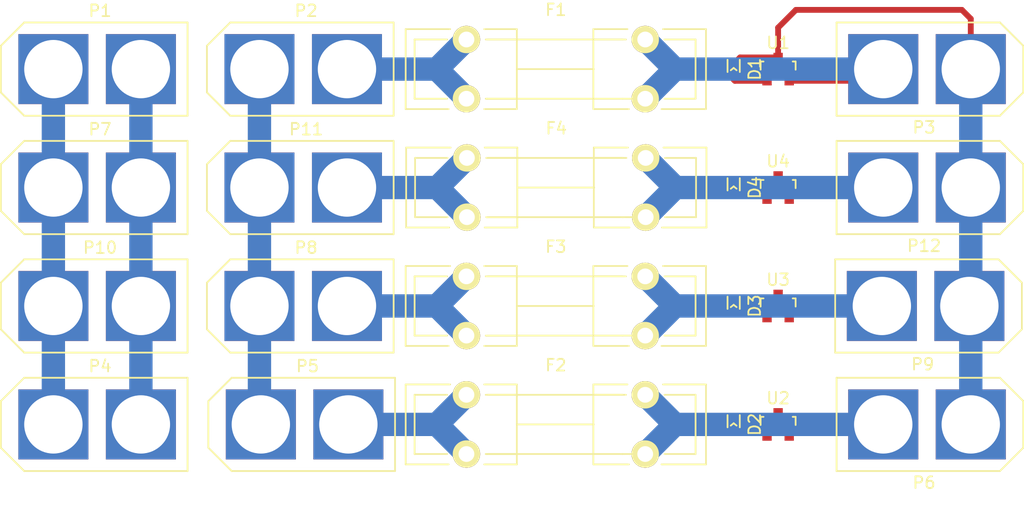
<source format=kicad_pcb>
(kicad_pcb (version 4) (host pcbnew 4.0.4-stable)

  (general
    (links 46)
    (no_connects 46)
    (area 145.204999 59.985 232.755001 103.945)
    (thickness 1.6)
    (drawings 0)
    (tracks 43)
    (zones 0)
    (modules 24)
    (nets 15)
  )

  (page A4)
  (layers
    (0 F.Cu signal)
    (31 B.Cu signal)
    (32 B.Adhes user)
    (33 F.Adhes user)
    (34 B.Paste user)
    (35 F.Paste user)
    (36 B.SilkS user)
    (37 F.SilkS user)
    (38 B.Mask user)
    (39 F.Mask user)
    (40 Dwgs.User user)
    (41 Cmts.User user)
    (42 Eco1.User user)
    (43 Eco2.User user)
    (44 Edge.Cuts user)
    (45 Margin user)
    (46 B.CrtYd user)
    (47 F.CrtYd user)
    (48 B.Fab user)
    (49 F.Fab user)
  )

  (setup
    (last_trace_width 2)
    (user_trace_width 0.5)
    (user_trace_width 2)
    (trace_clearance 0.2)
    (zone_clearance 0.508)
    (zone_45_only no)
    (trace_min 0.2)
    (segment_width 0.2)
    (edge_width 0.15)
    (via_size 0.6)
    (via_drill 0.4)
    (via_min_size 0.4)
    (via_min_drill 0.3)
    (uvia_size 0.3)
    (uvia_drill 0.1)
    (uvias_allowed no)
    (uvia_min_size 0.2)
    (uvia_min_drill 0.1)
    (pcb_text_width 0.3)
    (pcb_text_size 1.5 1.5)
    (mod_edge_width 0.15)
    (mod_text_size 1 1)
    (mod_text_width 0.15)
    (pad_size 1.524 1.524)
    (pad_drill 0.762)
    (pad_to_mask_clearance 0.2)
    (aux_axis_origin 0 0)
    (visible_elements FFFFEF7F)
    (pcbplotparams
      (layerselection 0x00030_80000001)
      (usegerberextensions false)
      (excludeedgelayer true)
      (linewidth 0.100000)
      (plotframeref false)
      (viasonmask false)
      (mode 1)
      (useauxorigin false)
      (hpglpennumber 1)
      (hpglpenspeed 20)
      (hpglpendiameter 15)
      (hpglpenoverlay 2)
      (psnegative false)
      (psa4output false)
      (plotreference true)
      (plotvalue true)
      (plotinvisibletext false)
      (padsonsilk false)
      (subtractmaskfromsilk false)
      (outputformat 1)
      (mirror false)
      (drillshape 1)
      (scaleselection 1)
      (outputdirectory ""))
  )

  (net 0 "")
  (net 1 "Net-(D1-Pad2)")
  (net 2 "Net-(F1-Pad1)")
  (net 3 "Net-(F1-Pad2)")
  (net 4 GND)
  (net 5 +BATT)
  (net 6 "Net-(D2-Pad2)")
  (net 7 "Net-(D3-Pad2)")
  (net 8 "Net-(D4-Pad2)")
  (net 9 "Net-(F2-Pad2)")
  (net 10 "Net-(F2-Pad1)")
  (net 11 "Net-(F3-Pad2)")
  (net 12 "Net-(F3-Pad1)")
  (net 13 "Net-(F4-Pad2)")
  (net 14 "Net-(F4-Pad1)")

  (net_class Default "This is the default net class."
    (clearance 0.2)
    (trace_width 0.25)
    (via_dia 0.6)
    (via_drill 0.4)
    (uvia_dia 0.3)
    (uvia_drill 0.1)
    (add_net "Net-(D1-Pad2)")
    (add_net "Net-(D2-Pad2)")
    (add_net "Net-(D3-Pad2)")
    (add_net "Net-(D4-Pad2)")
    (add_net "Net-(F1-Pad1)")
    (add_net "Net-(F1-Pad2)")
    (add_net "Net-(F2-Pad1)")
    (add_net "Net-(F2-Pad2)")
    (add_net "Net-(F3-Pad1)")
    (add_net "Net-(F3-Pad2)")
    (add_net "Net-(F4-Pad1)")
    (add_net "Net-(F4-Pad2)")
  )

  (net_class Power ""
    (clearance 0.2)
    (trace_width 1)
    (via_dia 0.6)
    (via_drill 0.4)
    (uvia_dia 0.3)
    (uvia_drill 0.1)
    (add_net +BATT)
    (add_net GND)
  )

  (module LEDs:LED_0402 (layer F.Cu) (tedit 5710AA4B) (tstamp 57E66E57)
    (at 208.28 66.04 270)
    (descr "LED 0402 smd package")
    (tags "LED led 0402 SMD smd SMT smt smdled SMDLED smtled SMTLED")
    (path /57E68096/57E6890A)
    (attr smd)
    (fp_text reference D1 (at 0 -1.8 270) (layer F.SilkS)
      (effects (font (size 1 1) (thickness 0.15)))
    )
    (fp_text value LED (at 0 1.8 270) (layer F.Fab)
      (effects (font (size 1 1) (thickness 0.15)))
    )
    (fp_line (start -0.2 -0.1) (end -0.2 0.1) (layer F.Fab) (width 0.15))
    (fp_line (start 0.1 0.1) (end 0.1 -0.1) (layer F.Fab) (width 0.15))
    (fp_line (start -0.1 0) (end 0.1 0.1) (layer F.Fab) (width 0.15))
    (fp_line (start 0.1 -0.1) (end -0.1 0) (layer F.Fab) (width 0.15))
    (fp_line (start -0.5 0.25) (end -0.5 -0.25) (layer F.Fab) (width 0.15))
    (fp_line (start 0.5 0.25) (end -0.5 0.25) (layer F.Fab) (width 0.15))
    (fp_line (start 0.5 -0.25) (end 0.5 0.25) (layer F.Fab) (width 0.15))
    (fp_line (start -0.5 -0.25) (end 0.5 -0.25) (layer F.Fab) (width 0.15))
    (fp_line (start -0.1 0) (end 0.1 0.25) (layer F.SilkS) (width 0.15))
    (fp_line (start 0.1 -0.25) (end -0.1 0) (layer F.SilkS) (width 0.15))
    (fp_line (start -0.95 -0.65) (end 0.95 -0.65) (layer F.CrtYd) (width 0.05))
    (fp_line (start -0.95 0.65) (end 0.95 0.65) (layer F.CrtYd) (width 0.05))
    (fp_line (start -0.95 -0.65) (end -0.95 0.65) (layer F.CrtYd) (width 0.05))
    (fp_line (start 0.95 -0.65) (end 0.95 0.65) (layer F.CrtYd) (width 0.05))
    (fp_line (start 0.25 -0.525) (end -0.8 -0.525) (layer F.SilkS) (width 0.15))
    (fp_line (start 0.25 0.525) (end -0.8 0.525) (layer F.SilkS) (width 0.15))
    (pad 1 smd rect (at -0.45 0 270) (size 0.4 0.6) (layers F.Cu F.Paste F.Mask)
      (net 4 GND))
    (pad 2 smd rect (at 0.45 0 270) (size 0.4 0.6) (layers F.Cu F.Paste F.Mask)
      (net 1 "Net-(D1-Pad2)"))
    (model LEDs.3dshapes/LED_0402.wrl
      (at (xyz 0 0 0))
      (scale (xyz 1 1 1))
      (rotate (xyz 0 0 180))
    )
  )

  (module Fuse_Holders_and_Fuses:Fuseholder5x20_horiz_open_lateral_Type-II (layer F.Cu) (tedit 0) (tstamp 57E66E5F)
    (at 193.04 66.04)
    (descr "Fuseholder, 5x20, open, horizontal, Type-II, lateral,")
    (tags "Fuseholder, 5x20, open, horizontal, Type-II, lateral, Sicherungshalter, offen,")
    (path /57E68096/57E68927)
    (fp_text reference F1 (at 0 -5.08) (layer F.SilkS)
      (effects (font (size 1 1) (thickness 0.15)))
    )
    (fp_text value FUSE (at -1.27 6.35) (layer F.Fab)
      (effects (font (size 1 1) (thickness 0.15)))
    )
    (fp_line (start 3.2512 0) (end -3.2512 0) (layer F.SilkS) (width 0.15))
    (fp_line (start 12.86764 3.429) (end 9.05764 3.429) (layer F.SilkS) (width 0.15))
    (fp_line (start 3.21564 3.429) (end 6.26364 3.429) (layer F.SilkS) (width 0.15))
    (fp_line (start 5.715 2.54) (end 8.382 2.54) (layer F.SilkS) (width 0.15))
    (fp_line (start 11.97864 2.54) (end 9.31164 2.54) (layer F.SilkS) (width 0.15))
    (fp_line (start 3.21564 -2.54) (end 6.00964 -2.54) (layer F.SilkS) (width 0.15))
    (fp_line (start 11.9761 -2.54) (end 9.3091 -2.54) (layer F.SilkS) (width 0.15))
    (fp_line (start 12.86764 -3.429) (end 9.18464 -3.429) (layer F.SilkS) (width 0.15))
    (fp_line (start 3.21564 -3.429) (end 6.13664 -3.429) (layer F.SilkS) (width 0.15))
    (fp_line (start -12.86764 3.429) (end -9.18464 3.429) (layer F.SilkS) (width 0.15))
    (fp_line (start -3.34264 3.429) (end -6.13664 3.429) (layer F.SilkS) (width 0.15))
    (fp_line (start -5.88264 2.54) (end -6.00964 2.54) (layer F.SilkS) (width 0.15))
    (fp_line (start -5.88264 2.54) (end -3.34264 2.54) (layer F.SilkS) (width 0.15))
    (fp_line (start -12.10564 2.54) (end -9.31164 2.54) (layer F.SilkS) (width 0.15))
    (fp_line (start -12.86764 -3.429) (end -9.05764 -3.429) (layer F.SilkS) (width 0.15))
    (fp_line (start -3.34264 -3.429) (end -6.13664 -3.429) (layer F.SilkS) (width 0.15))
    (fp_line (start -3.34264 -2.54) (end -6.00964 -2.54) (layer F.SilkS) (width 0.15))
    (fp_line (start -12.10564 -2.54) (end -9.31164 -2.54) (layer F.SilkS) (width 0.15))
    (fp_line (start 12.86764 -3.429) (end 12.86764 3.429) (layer F.SilkS) (width 0.15))
    (fp_line (start 3.21564 3.429) (end 3.21564 2.54) (layer F.SilkS) (width 0.15))
    (fp_line (start 3.21564 -3.429) (end 3.21564 -2.54) (layer F.SilkS) (width 0.15))
    (fp_line (start -12.86764 -3.429) (end -12.86764 3.429) (layer F.SilkS) (width 0.15))
    (fp_line (start -3.34264 3.429) (end -3.34264 2.54) (layer F.SilkS) (width 0.15))
    (fp_line (start -3.34264 -3.429) (end -3.34264 -2.413) (layer F.SilkS) (width 0.15))
    (fp_line (start 5.715 2.54) (end -5.969 2.54) (layer F.SilkS) (width 0.15))
    (fp_line (start -5.842 -2.54) (end 5.715 -2.54) (layer F.SilkS) (width 0.15))
    (fp_line (start -3.34264 0) (end -3.34264 -2.54) (layer F.SilkS) (width 0.15))
    (fp_line (start -12.1031 -2.54) (end -12.1031 2.54) (layer F.SilkS) (width 0.15))
    (fp_line (start -3.34264 2.54) (end -3.34264 0) (layer F.SilkS) (width 0.15))
    (fp_line (start 3.21564 0) (end 3.21564 -2.54) (layer F.SilkS) (width 0.15))
    (fp_line (start 11.9761 -2.54) (end 11.9761 2.54) (layer F.SilkS) (width 0.15))
    (fp_line (start 3.21564 2.54) (end 3.21564 0) (layer F.SilkS) (width 0.15))
    (pad 2 thru_hole circle (at 7.66064 -2.54) (size 2.3495 2.3495) (drill 1.34874) (layers *.Cu *.Mask F.SilkS)
      (net 3 "Net-(F1-Pad2)"))
    (pad 2 thru_hole circle (at 7.66064 2.54) (size 2.3495 2.3495) (drill 1.34874) (layers *.Cu *.Mask F.SilkS)
      (net 3 "Net-(F1-Pad2)"))
    (pad 1 thru_hole circle (at -7.66064 -2.54) (size 2.3495 2.3495) (drill 1.34874) (layers *.Cu *.Mask F.SilkS)
      (net 2 "Net-(F1-Pad1)"))
    (pad 1 thru_hole circle (at -7.66064 2.54) (size 2.3495 2.3495) (drill 1.34874) (layers *.Cu *.Mask F.SilkS)
      (net 2 "Net-(F1-Pad1)"))
  )

  (module KiCad-Dev:XT60 (layer F.Cu) (tedit 57E3B984) (tstamp 57E66E65)
    (at 149.98 66.04)
    (path /57E68096/57E68935)
    (fp_text reference P1 (at 4 -5) (layer F.SilkS)
      (effects (font (size 1 1) (thickness 0.15)))
    )
    (fp_text value Batt (at 0 -5) (layer F.Fab)
      (effects (font (size 1 1) (thickness 0.15)))
    )
    (fp_line (start -4.5 2) (end -4.5 -2) (layer F.SilkS) (width 0.15))
    (fp_line (start -4.5 2) (end -2.5 4) (layer F.SilkS) (width 0.15))
    (fp_line (start -4.5 -2) (end -2.5 -4) (layer F.SilkS) (width 0.15))
    (fp_line (start 11.5 4) (end -2.5 4) (layer F.SilkS) (width 0.15))
    (fp_line (start -2.5 -4) (end 11.5 -4) (layer F.SilkS) (width 0.15))
    (fp_line (start 11.5 4) (end 11.5 -4) (layer F.SilkS) (width 0.15))
    (pad 1 thru_hole rect (at 0 0) (size 6 6) (drill 5) (layers *.Cu *.Mask)
      (net 4 GND))
    (pad 2 thru_hole rect (at 7.5 0) (size 6 6) (drill 5) (layers *.Cu *.Mask)
      (net 5 +BATT))
  )

  (module KiCad-Dev:XT60 (layer F.Cu) (tedit 57E3B984) (tstamp 57E66E6B)
    (at 167.64 66.04)
    (path /57E68096/57E6893C)
    (fp_text reference P2 (at 4 -5) (layer F.SilkS)
      (effects (font (size 1 1) (thickness 0.15)))
    )
    (fp_text value Switch (at 0 -5) (layer F.Fab)
      (effects (font (size 1 1) (thickness 0.15)))
    )
    (fp_line (start -4.5 2) (end -4.5 -2) (layer F.SilkS) (width 0.15))
    (fp_line (start -4.5 2) (end -2.5 4) (layer F.SilkS) (width 0.15))
    (fp_line (start -4.5 -2) (end -2.5 -4) (layer F.SilkS) (width 0.15))
    (fp_line (start 11.5 4) (end -2.5 4) (layer F.SilkS) (width 0.15))
    (fp_line (start -2.5 -4) (end 11.5 -4) (layer F.SilkS) (width 0.15))
    (fp_line (start 11.5 4) (end 11.5 -4) (layer F.SilkS) (width 0.15))
    (pad 1 thru_hole rect (at 0 0) (size 6 6) (drill 5) (layers *.Cu *.Mask)
      (net 5 +BATT))
    (pad 2 thru_hole rect (at 7.5 0) (size 6 6) (drill 5) (layers *.Cu *.Mask)
      (net 2 "Net-(F1-Pad1)"))
  )

  (module TO_SOT_Packages_SMD:SOT-23 (layer F.Cu) (tedit 553634F8) (tstamp 57E66E7B)
    (at 212.09 66.04)
    (descr "SOT-23, Standard")
    (tags SOT-23)
    (path /57E68096/57E68911)
    (attr smd)
    (fp_text reference U1 (at 0 -2.25) (layer F.SilkS)
      (effects (font (size 1 1) (thickness 0.15)))
    )
    (fp_text value LM3480-3.3 (at 0 2.3) (layer F.Fab)
      (effects (font (size 1 1) (thickness 0.15)))
    )
    (fp_line (start -1.65 -1.6) (end 1.65 -1.6) (layer F.CrtYd) (width 0.05))
    (fp_line (start 1.65 -1.6) (end 1.65 1.6) (layer F.CrtYd) (width 0.05))
    (fp_line (start 1.65 1.6) (end -1.65 1.6) (layer F.CrtYd) (width 0.05))
    (fp_line (start -1.65 1.6) (end -1.65 -1.6) (layer F.CrtYd) (width 0.05))
    (fp_line (start 1.29916 -0.65024) (end 1.2509 -0.65024) (layer F.SilkS) (width 0.15))
    (fp_line (start -1.49982 0.0508) (end -1.49982 -0.65024) (layer F.SilkS) (width 0.15))
    (fp_line (start -1.49982 -0.65024) (end -1.2509 -0.65024) (layer F.SilkS) (width 0.15))
    (fp_line (start 1.29916 -0.65024) (end 1.49982 -0.65024) (layer F.SilkS) (width 0.15))
    (fp_line (start 1.49982 -0.65024) (end 1.49982 0.0508) (layer F.SilkS) (width 0.15))
    (pad 1 smd rect (at -0.95 1.00076) (size 0.8001 0.8001) (layers F.Cu F.Paste F.Mask)
      (net 1 "Net-(D1-Pad2)"))
    (pad 2 smd rect (at 0.95 1.00076) (size 0.8001 0.8001) (layers F.Cu F.Paste F.Mask)
      (net 3 "Net-(F1-Pad2)"))
    (pad 3 smd rect (at 0 -0.99822) (size 0.8001 0.8001) (layers F.Cu F.Paste F.Mask)
      (net 4 GND))
    (model TO_SOT_Packages_SMD.3dshapes/SOT-23.wrl
      (at (xyz 0 0 0))
      (scale (xyz 1 1 1))
      (rotate (xyz 0 0 0))
    )
  )

  (module KiCad-Dev:XT60 (layer F.Cu) (tedit 57E3B984) (tstamp 57E6702A)
    (at 228.6 66.04 180)
    (path /57E68096/57E6892E)
    (fp_text reference P3 (at 4 -5 180) (layer F.SilkS)
      (effects (font (size 1 1) (thickness 0.15)))
    )
    (fp_text value Out (at 0 -5 180) (layer F.Fab)
      (effects (font (size 1 1) (thickness 0.15)))
    )
    (fp_line (start -4.5 2) (end -4.5 -2) (layer F.SilkS) (width 0.15))
    (fp_line (start -4.5 2) (end -2.5 4) (layer F.SilkS) (width 0.15))
    (fp_line (start -4.5 -2) (end -2.5 -4) (layer F.SilkS) (width 0.15))
    (fp_line (start 11.5 4) (end -2.5 4) (layer F.SilkS) (width 0.15))
    (fp_line (start -2.5 -4) (end 11.5 -4) (layer F.SilkS) (width 0.15))
    (fp_line (start 11.5 4) (end 11.5 -4) (layer F.SilkS) (width 0.15))
    (pad 1 thru_hole rect (at 0 0 180) (size 6 6) (drill 5) (layers *.Cu *.Mask)
      (net 4 GND))
    (pad 2 thru_hole rect (at 7.5 0 180) (size 6 6) (drill 5) (layers *.Cu *.Mask)
      (net 3 "Net-(F1-Pad2)"))
  )

  (module LEDs:LED_0402 (layer F.Cu) (tedit 5710AA4B) (tstamp 57E67651)
    (at 208.28 96.52 270)
    (descr "LED 0402 smd package")
    (tags "LED led 0402 SMD smd SMT smt smdled SMDLED smtled SMTLED")
    (path /57E68A98/57E6890A)
    (attr smd)
    (fp_text reference D2 (at 0 -1.8 270) (layer F.SilkS)
      (effects (font (size 1 1) (thickness 0.15)))
    )
    (fp_text value LED (at 0 1.8 270) (layer F.Fab)
      (effects (font (size 1 1) (thickness 0.15)))
    )
    (fp_line (start -0.2 -0.1) (end -0.2 0.1) (layer F.Fab) (width 0.15))
    (fp_line (start 0.1 0.1) (end 0.1 -0.1) (layer F.Fab) (width 0.15))
    (fp_line (start -0.1 0) (end 0.1 0.1) (layer F.Fab) (width 0.15))
    (fp_line (start 0.1 -0.1) (end -0.1 0) (layer F.Fab) (width 0.15))
    (fp_line (start -0.5 0.25) (end -0.5 -0.25) (layer F.Fab) (width 0.15))
    (fp_line (start 0.5 0.25) (end -0.5 0.25) (layer F.Fab) (width 0.15))
    (fp_line (start 0.5 -0.25) (end 0.5 0.25) (layer F.Fab) (width 0.15))
    (fp_line (start -0.5 -0.25) (end 0.5 -0.25) (layer F.Fab) (width 0.15))
    (fp_line (start -0.1 0) (end 0.1 0.25) (layer F.SilkS) (width 0.15))
    (fp_line (start 0.1 -0.25) (end -0.1 0) (layer F.SilkS) (width 0.15))
    (fp_line (start -0.95 -0.65) (end 0.95 -0.65) (layer F.CrtYd) (width 0.05))
    (fp_line (start -0.95 0.65) (end 0.95 0.65) (layer F.CrtYd) (width 0.05))
    (fp_line (start -0.95 -0.65) (end -0.95 0.65) (layer F.CrtYd) (width 0.05))
    (fp_line (start 0.95 -0.65) (end 0.95 0.65) (layer F.CrtYd) (width 0.05))
    (fp_line (start 0.25 -0.525) (end -0.8 -0.525) (layer F.SilkS) (width 0.15))
    (fp_line (start 0.25 0.525) (end -0.8 0.525) (layer F.SilkS) (width 0.15))
    (pad 1 smd rect (at -0.45 0 270) (size 0.4 0.6) (layers F.Cu F.Paste F.Mask)
      (net 4 GND))
    (pad 2 smd rect (at 0.45 0 270) (size 0.4 0.6) (layers F.Cu F.Paste F.Mask)
      (net 6 "Net-(D2-Pad2)"))
    (model LEDs.3dshapes/LED_0402.wrl
      (at (xyz 0 0 0))
      (scale (xyz 1 1 1))
      (rotate (xyz 0 0 180))
    )
  )

  (module LEDs:LED_0402 (layer F.Cu) (tedit 5710AA4B) (tstamp 57E67657)
    (at 208.28 86.36 270)
    (descr "LED 0402 smd package")
    (tags "LED led 0402 SMD smd SMT smt smdled SMDLED smtled SMTLED")
    (path /57E68A9A/57E6890A)
    (attr smd)
    (fp_text reference D3 (at 0 -1.8 270) (layer F.SilkS)
      (effects (font (size 1 1) (thickness 0.15)))
    )
    (fp_text value LED (at 0 1.8 270) (layer F.Fab)
      (effects (font (size 1 1) (thickness 0.15)))
    )
    (fp_line (start -0.2 -0.1) (end -0.2 0.1) (layer F.Fab) (width 0.15))
    (fp_line (start 0.1 0.1) (end 0.1 -0.1) (layer F.Fab) (width 0.15))
    (fp_line (start -0.1 0) (end 0.1 0.1) (layer F.Fab) (width 0.15))
    (fp_line (start 0.1 -0.1) (end -0.1 0) (layer F.Fab) (width 0.15))
    (fp_line (start -0.5 0.25) (end -0.5 -0.25) (layer F.Fab) (width 0.15))
    (fp_line (start 0.5 0.25) (end -0.5 0.25) (layer F.Fab) (width 0.15))
    (fp_line (start 0.5 -0.25) (end 0.5 0.25) (layer F.Fab) (width 0.15))
    (fp_line (start -0.5 -0.25) (end 0.5 -0.25) (layer F.Fab) (width 0.15))
    (fp_line (start -0.1 0) (end 0.1 0.25) (layer F.SilkS) (width 0.15))
    (fp_line (start 0.1 -0.25) (end -0.1 0) (layer F.SilkS) (width 0.15))
    (fp_line (start -0.95 -0.65) (end 0.95 -0.65) (layer F.CrtYd) (width 0.05))
    (fp_line (start -0.95 0.65) (end 0.95 0.65) (layer F.CrtYd) (width 0.05))
    (fp_line (start -0.95 -0.65) (end -0.95 0.65) (layer F.CrtYd) (width 0.05))
    (fp_line (start 0.95 -0.65) (end 0.95 0.65) (layer F.CrtYd) (width 0.05))
    (fp_line (start 0.25 -0.525) (end -0.8 -0.525) (layer F.SilkS) (width 0.15))
    (fp_line (start 0.25 0.525) (end -0.8 0.525) (layer F.SilkS) (width 0.15))
    (pad 1 smd rect (at -0.45 0 270) (size 0.4 0.6) (layers F.Cu F.Paste F.Mask)
      (net 4 GND))
    (pad 2 smd rect (at 0.45 0 270) (size 0.4 0.6) (layers F.Cu F.Paste F.Mask)
      (net 7 "Net-(D3-Pad2)"))
    (model LEDs.3dshapes/LED_0402.wrl
      (at (xyz 0 0 0))
      (scale (xyz 1 1 1))
      (rotate (xyz 0 0 180))
    )
  )

  (module LEDs:LED_0402 (layer F.Cu) (tedit 5710AA4B) (tstamp 57E6765D)
    (at 208.28 76.2 270)
    (descr "LED 0402 smd package")
    (tags "LED led 0402 SMD smd SMT smt smdled SMDLED smtled SMTLED")
    (path /57E68A9C/57E6890A)
    (attr smd)
    (fp_text reference D4 (at 0 -1.8 270) (layer F.SilkS)
      (effects (font (size 1 1) (thickness 0.15)))
    )
    (fp_text value LED (at 0 1.8 270) (layer F.Fab)
      (effects (font (size 1 1) (thickness 0.15)))
    )
    (fp_line (start -0.2 -0.1) (end -0.2 0.1) (layer F.Fab) (width 0.15))
    (fp_line (start 0.1 0.1) (end 0.1 -0.1) (layer F.Fab) (width 0.15))
    (fp_line (start -0.1 0) (end 0.1 0.1) (layer F.Fab) (width 0.15))
    (fp_line (start 0.1 -0.1) (end -0.1 0) (layer F.Fab) (width 0.15))
    (fp_line (start -0.5 0.25) (end -0.5 -0.25) (layer F.Fab) (width 0.15))
    (fp_line (start 0.5 0.25) (end -0.5 0.25) (layer F.Fab) (width 0.15))
    (fp_line (start 0.5 -0.25) (end 0.5 0.25) (layer F.Fab) (width 0.15))
    (fp_line (start -0.5 -0.25) (end 0.5 -0.25) (layer F.Fab) (width 0.15))
    (fp_line (start -0.1 0) (end 0.1 0.25) (layer F.SilkS) (width 0.15))
    (fp_line (start 0.1 -0.25) (end -0.1 0) (layer F.SilkS) (width 0.15))
    (fp_line (start -0.95 -0.65) (end 0.95 -0.65) (layer F.CrtYd) (width 0.05))
    (fp_line (start -0.95 0.65) (end 0.95 0.65) (layer F.CrtYd) (width 0.05))
    (fp_line (start -0.95 -0.65) (end -0.95 0.65) (layer F.CrtYd) (width 0.05))
    (fp_line (start 0.95 -0.65) (end 0.95 0.65) (layer F.CrtYd) (width 0.05))
    (fp_line (start 0.25 -0.525) (end -0.8 -0.525) (layer F.SilkS) (width 0.15))
    (fp_line (start 0.25 0.525) (end -0.8 0.525) (layer F.SilkS) (width 0.15))
    (pad 1 smd rect (at -0.45 0 270) (size 0.4 0.6) (layers F.Cu F.Paste F.Mask)
      (net 4 GND))
    (pad 2 smd rect (at 0.45 0 270) (size 0.4 0.6) (layers F.Cu F.Paste F.Mask)
      (net 8 "Net-(D4-Pad2)"))
    (model LEDs.3dshapes/LED_0402.wrl
      (at (xyz 0 0 0))
      (scale (xyz 1 1 1))
      (rotate (xyz 0 0 180))
    )
  )

  (module Fuse_Holders_and_Fuses:Fuseholder5x20_horiz_open_lateral_Type-II (layer F.Cu) (tedit 0) (tstamp 57E67665)
    (at 193.04 96.52)
    (descr "Fuseholder, 5x20, open, horizontal, Type-II, lateral,")
    (tags "Fuseholder, 5x20, open, horizontal, Type-II, lateral, Sicherungshalter, offen,")
    (path /57E68A98/57E68927)
    (fp_text reference F2 (at 0 -5.08) (layer F.SilkS)
      (effects (font (size 1 1) (thickness 0.15)))
    )
    (fp_text value FUSE (at -1.27 6.35) (layer F.Fab)
      (effects (font (size 1 1) (thickness 0.15)))
    )
    (fp_line (start 3.2512 0) (end -3.2512 0) (layer F.SilkS) (width 0.15))
    (fp_line (start 12.86764 3.429) (end 9.05764 3.429) (layer F.SilkS) (width 0.15))
    (fp_line (start 3.21564 3.429) (end 6.26364 3.429) (layer F.SilkS) (width 0.15))
    (fp_line (start 5.715 2.54) (end 8.382 2.54) (layer F.SilkS) (width 0.15))
    (fp_line (start 11.97864 2.54) (end 9.31164 2.54) (layer F.SilkS) (width 0.15))
    (fp_line (start 3.21564 -2.54) (end 6.00964 -2.54) (layer F.SilkS) (width 0.15))
    (fp_line (start 11.9761 -2.54) (end 9.3091 -2.54) (layer F.SilkS) (width 0.15))
    (fp_line (start 12.86764 -3.429) (end 9.18464 -3.429) (layer F.SilkS) (width 0.15))
    (fp_line (start 3.21564 -3.429) (end 6.13664 -3.429) (layer F.SilkS) (width 0.15))
    (fp_line (start -12.86764 3.429) (end -9.18464 3.429) (layer F.SilkS) (width 0.15))
    (fp_line (start -3.34264 3.429) (end -6.13664 3.429) (layer F.SilkS) (width 0.15))
    (fp_line (start -5.88264 2.54) (end -6.00964 2.54) (layer F.SilkS) (width 0.15))
    (fp_line (start -5.88264 2.54) (end -3.34264 2.54) (layer F.SilkS) (width 0.15))
    (fp_line (start -12.10564 2.54) (end -9.31164 2.54) (layer F.SilkS) (width 0.15))
    (fp_line (start -12.86764 -3.429) (end -9.05764 -3.429) (layer F.SilkS) (width 0.15))
    (fp_line (start -3.34264 -3.429) (end -6.13664 -3.429) (layer F.SilkS) (width 0.15))
    (fp_line (start -3.34264 -2.54) (end -6.00964 -2.54) (layer F.SilkS) (width 0.15))
    (fp_line (start -12.10564 -2.54) (end -9.31164 -2.54) (layer F.SilkS) (width 0.15))
    (fp_line (start 12.86764 -3.429) (end 12.86764 3.429) (layer F.SilkS) (width 0.15))
    (fp_line (start 3.21564 3.429) (end 3.21564 2.54) (layer F.SilkS) (width 0.15))
    (fp_line (start 3.21564 -3.429) (end 3.21564 -2.54) (layer F.SilkS) (width 0.15))
    (fp_line (start -12.86764 -3.429) (end -12.86764 3.429) (layer F.SilkS) (width 0.15))
    (fp_line (start -3.34264 3.429) (end -3.34264 2.54) (layer F.SilkS) (width 0.15))
    (fp_line (start -3.34264 -3.429) (end -3.34264 -2.413) (layer F.SilkS) (width 0.15))
    (fp_line (start 5.715 2.54) (end -5.969 2.54) (layer F.SilkS) (width 0.15))
    (fp_line (start -5.842 -2.54) (end 5.715 -2.54) (layer F.SilkS) (width 0.15))
    (fp_line (start -3.34264 0) (end -3.34264 -2.54) (layer F.SilkS) (width 0.15))
    (fp_line (start -12.1031 -2.54) (end -12.1031 2.54) (layer F.SilkS) (width 0.15))
    (fp_line (start -3.34264 2.54) (end -3.34264 0) (layer F.SilkS) (width 0.15))
    (fp_line (start 3.21564 0) (end 3.21564 -2.54) (layer F.SilkS) (width 0.15))
    (fp_line (start 11.9761 -2.54) (end 11.9761 2.54) (layer F.SilkS) (width 0.15))
    (fp_line (start 3.21564 2.54) (end 3.21564 0) (layer F.SilkS) (width 0.15))
    (pad 2 thru_hole circle (at 7.66064 -2.54) (size 2.3495 2.3495) (drill 1.34874) (layers *.Cu *.Mask F.SilkS)
      (net 9 "Net-(F2-Pad2)"))
    (pad 2 thru_hole circle (at 7.66064 2.54) (size 2.3495 2.3495) (drill 1.34874) (layers *.Cu *.Mask F.SilkS)
      (net 9 "Net-(F2-Pad2)"))
    (pad 1 thru_hole circle (at -7.66064 -2.54) (size 2.3495 2.3495) (drill 1.34874) (layers *.Cu *.Mask F.SilkS)
      (net 10 "Net-(F2-Pad1)"))
    (pad 1 thru_hole circle (at -7.66064 2.54) (size 2.3495 2.3495) (drill 1.34874) (layers *.Cu *.Mask F.SilkS)
      (net 10 "Net-(F2-Pad1)"))
  )

  (module Fuse_Holders_and_Fuses:Fuseholder5x20_horiz_open_lateral_Type-II (layer F.Cu) (tedit 0) (tstamp 57E6766D)
    (at 193.04 86.36)
    (descr "Fuseholder, 5x20, open, horizontal, Type-II, lateral,")
    (tags "Fuseholder, 5x20, open, horizontal, Type-II, lateral, Sicherungshalter, offen,")
    (path /57E68A9A/57E68927)
    (fp_text reference F3 (at 0 -5.08) (layer F.SilkS)
      (effects (font (size 1 1) (thickness 0.15)))
    )
    (fp_text value FUSE (at -1.27 6.35) (layer F.Fab)
      (effects (font (size 1 1) (thickness 0.15)))
    )
    (fp_line (start 3.2512 0) (end -3.2512 0) (layer F.SilkS) (width 0.15))
    (fp_line (start 12.86764 3.429) (end 9.05764 3.429) (layer F.SilkS) (width 0.15))
    (fp_line (start 3.21564 3.429) (end 6.26364 3.429) (layer F.SilkS) (width 0.15))
    (fp_line (start 5.715 2.54) (end 8.382 2.54) (layer F.SilkS) (width 0.15))
    (fp_line (start 11.97864 2.54) (end 9.31164 2.54) (layer F.SilkS) (width 0.15))
    (fp_line (start 3.21564 -2.54) (end 6.00964 -2.54) (layer F.SilkS) (width 0.15))
    (fp_line (start 11.9761 -2.54) (end 9.3091 -2.54) (layer F.SilkS) (width 0.15))
    (fp_line (start 12.86764 -3.429) (end 9.18464 -3.429) (layer F.SilkS) (width 0.15))
    (fp_line (start 3.21564 -3.429) (end 6.13664 -3.429) (layer F.SilkS) (width 0.15))
    (fp_line (start -12.86764 3.429) (end -9.18464 3.429) (layer F.SilkS) (width 0.15))
    (fp_line (start -3.34264 3.429) (end -6.13664 3.429) (layer F.SilkS) (width 0.15))
    (fp_line (start -5.88264 2.54) (end -6.00964 2.54) (layer F.SilkS) (width 0.15))
    (fp_line (start -5.88264 2.54) (end -3.34264 2.54) (layer F.SilkS) (width 0.15))
    (fp_line (start -12.10564 2.54) (end -9.31164 2.54) (layer F.SilkS) (width 0.15))
    (fp_line (start -12.86764 -3.429) (end -9.05764 -3.429) (layer F.SilkS) (width 0.15))
    (fp_line (start -3.34264 -3.429) (end -6.13664 -3.429) (layer F.SilkS) (width 0.15))
    (fp_line (start -3.34264 -2.54) (end -6.00964 -2.54) (layer F.SilkS) (width 0.15))
    (fp_line (start -12.10564 -2.54) (end -9.31164 -2.54) (layer F.SilkS) (width 0.15))
    (fp_line (start 12.86764 -3.429) (end 12.86764 3.429) (layer F.SilkS) (width 0.15))
    (fp_line (start 3.21564 3.429) (end 3.21564 2.54) (layer F.SilkS) (width 0.15))
    (fp_line (start 3.21564 -3.429) (end 3.21564 -2.54) (layer F.SilkS) (width 0.15))
    (fp_line (start -12.86764 -3.429) (end -12.86764 3.429) (layer F.SilkS) (width 0.15))
    (fp_line (start -3.34264 3.429) (end -3.34264 2.54) (layer F.SilkS) (width 0.15))
    (fp_line (start -3.34264 -3.429) (end -3.34264 -2.413) (layer F.SilkS) (width 0.15))
    (fp_line (start 5.715 2.54) (end -5.969 2.54) (layer F.SilkS) (width 0.15))
    (fp_line (start -5.842 -2.54) (end 5.715 -2.54) (layer F.SilkS) (width 0.15))
    (fp_line (start -3.34264 0) (end -3.34264 -2.54) (layer F.SilkS) (width 0.15))
    (fp_line (start -12.1031 -2.54) (end -12.1031 2.54) (layer F.SilkS) (width 0.15))
    (fp_line (start -3.34264 2.54) (end -3.34264 0) (layer F.SilkS) (width 0.15))
    (fp_line (start 3.21564 0) (end 3.21564 -2.54) (layer F.SilkS) (width 0.15))
    (fp_line (start 11.9761 -2.54) (end 11.9761 2.54) (layer F.SilkS) (width 0.15))
    (fp_line (start 3.21564 2.54) (end 3.21564 0) (layer F.SilkS) (width 0.15))
    (pad 2 thru_hole circle (at 7.66064 -2.54) (size 2.3495 2.3495) (drill 1.34874) (layers *.Cu *.Mask F.SilkS)
      (net 11 "Net-(F3-Pad2)"))
    (pad 2 thru_hole circle (at 7.66064 2.54) (size 2.3495 2.3495) (drill 1.34874) (layers *.Cu *.Mask F.SilkS)
      (net 11 "Net-(F3-Pad2)"))
    (pad 1 thru_hole circle (at -7.66064 -2.54) (size 2.3495 2.3495) (drill 1.34874) (layers *.Cu *.Mask F.SilkS)
      (net 12 "Net-(F3-Pad1)"))
    (pad 1 thru_hole circle (at -7.66064 2.54) (size 2.3495 2.3495) (drill 1.34874) (layers *.Cu *.Mask F.SilkS)
      (net 12 "Net-(F3-Pad1)"))
  )

  (module Fuse_Holders_and_Fuses:Fuseholder5x20_horiz_open_lateral_Type-II (layer F.Cu) (tedit 0) (tstamp 57E67675)
    (at 193.08064 76.2)
    (descr "Fuseholder, 5x20, open, horizontal, Type-II, lateral,")
    (tags "Fuseholder, 5x20, open, horizontal, Type-II, lateral, Sicherungshalter, offen,")
    (path /57E68A9C/57E68927)
    (fp_text reference F4 (at 0 -5.08) (layer F.SilkS)
      (effects (font (size 1 1) (thickness 0.15)))
    )
    (fp_text value FUSE (at -1.27 6.35) (layer F.Fab)
      (effects (font (size 1 1) (thickness 0.15)))
    )
    (fp_line (start 3.2512 0) (end -3.2512 0) (layer F.SilkS) (width 0.15))
    (fp_line (start 12.86764 3.429) (end 9.05764 3.429) (layer F.SilkS) (width 0.15))
    (fp_line (start 3.21564 3.429) (end 6.26364 3.429) (layer F.SilkS) (width 0.15))
    (fp_line (start 5.715 2.54) (end 8.382 2.54) (layer F.SilkS) (width 0.15))
    (fp_line (start 11.97864 2.54) (end 9.31164 2.54) (layer F.SilkS) (width 0.15))
    (fp_line (start 3.21564 -2.54) (end 6.00964 -2.54) (layer F.SilkS) (width 0.15))
    (fp_line (start 11.9761 -2.54) (end 9.3091 -2.54) (layer F.SilkS) (width 0.15))
    (fp_line (start 12.86764 -3.429) (end 9.18464 -3.429) (layer F.SilkS) (width 0.15))
    (fp_line (start 3.21564 -3.429) (end 6.13664 -3.429) (layer F.SilkS) (width 0.15))
    (fp_line (start -12.86764 3.429) (end -9.18464 3.429) (layer F.SilkS) (width 0.15))
    (fp_line (start -3.34264 3.429) (end -6.13664 3.429) (layer F.SilkS) (width 0.15))
    (fp_line (start -5.88264 2.54) (end -6.00964 2.54) (layer F.SilkS) (width 0.15))
    (fp_line (start -5.88264 2.54) (end -3.34264 2.54) (layer F.SilkS) (width 0.15))
    (fp_line (start -12.10564 2.54) (end -9.31164 2.54) (layer F.SilkS) (width 0.15))
    (fp_line (start -12.86764 -3.429) (end -9.05764 -3.429) (layer F.SilkS) (width 0.15))
    (fp_line (start -3.34264 -3.429) (end -6.13664 -3.429) (layer F.SilkS) (width 0.15))
    (fp_line (start -3.34264 -2.54) (end -6.00964 -2.54) (layer F.SilkS) (width 0.15))
    (fp_line (start -12.10564 -2.54) (end -9.31164 -2.54) (layer F.SilkS) (width 0.15))
    (fp_line (start 12.86764 -3.429) (end 12.86764 3.429) (layer F.SilkS) (width 0.15))
    (fp_line (start 3.21564 3.429) (end 3.21564 2.54) (layer F.SilkS) (width 0.15))
    (fp_line (start 3.21564 -3.429) (end 3.21564 -2.54) (layer F.SilkS) (width 0.15))
    (fp_line (start -12.86764 -3.429) (end -12.86764 3.429) (layer F.SilkS) (width 0.15))
    (fp_line (start -3.34264 3.429) (end -3.34264 2.54) (layer F.SilkS) (width 0.15))
    (fp_line (start -3.34264 -3.429) (end -3.34264 -2.413) (layer F.SilkS) (width 0.15))
    (fp_line (start 5.715 2.54) (end -5.969 2.54) (layer F.SilkS) (width 0.15))
    (fp_line (start -5.842 -2.54) (end 5.715 -2.54) (layer F.SilkS) (width 0.15))
    (fp_line (start -3.34264 0) (end -3.34264 -2.54) (layer F.SilkS) (width 0.15))
    (fp_line (start -12.1031 -2.54) (end -12.1031 2.54) (layer F.SilkS) (width 0.15))
    (fp_line (start -3.34264 2.54) (end -3.34264 0) (layer F.SilkS) (width 0.15))
    (fp_line (start 3.21564 0) (end 3.21564 -2.54) (layer F.SilkS) (width 0.15))
    (fp_line (start 11.9761 -2.54) (end 11.9761 2.54) (layer F.SilkS) (width 0.15))
    (fp_line (start 3.21564 2.54) (end 3.21564 0) (layer F.SilkS) (width 0.15))
    (pad 2 thru_hole circle (at 7.66064 -2.54) (size 2.3495 2.3495) (drill 1.34874) (layers *.Cu *.Mask F.SilkS)
      (net 13 "Net-(F4-Pad2)"))
    (pad 2 thru_hole circle (at 7.66064 2.54) (size 2.3495 2.3495) (drill 1.34874) (layers *.Cu *.Mask F.SilkS)
      (net 13 "Net-(F4-Pad2)"))
    (pad 1 thru_hole circle (at -7.66064 -2.54) (size 2.3495 2.3495) (drill 1.34874) (layers *.Cu *.Mask F.SilkS)
      (net 14 "Net-(F4-Pad1)"))
    (pad 1 thru_hole circle (at -7.66064 2.54) (size 2.3495 2.3495) (drill 1.34874) (layers *.Cu *.Mask F.SilkS)
      (net 14 "Net-(F4-Pad1)"))
  )

  (module KiCad-Dev:XT60 (layer F.Cu) (tedit 57E3B984) (tstamp 57E6767B)
    (at 149.98 96.52)
    (path /57E68A98/57E68935)
    (fp_text reference P4 (at 4 -5) (layer F.SilkS)
      (effects (font (size 1 1) (thickness 0.15)))
    )
    (fp_text value Batt (at 0 -5) (layer F.Fab)
      (effects (font (size 1 1) (thickness 0.15)))
    )
    (fp_line (start -4.5 2) (end -4.5 -2) (layer F.SilkS) (width 0.15))
    (fp_line (start -4.5 2) (end -2.5 4) (layer F.SilkS) (width 0.15))
    (fp_line (start -4.5 -2) (end -2.5 -4) (layer F.SilkS) (width 0.15))
    (fp_line (start 11.5 4) (end -2.5 4) (layer F.SilkS) (width 0.15))
    (fp_line (start -2.5 -4) (end 11.5 -4) (layer F.SilkS) (width 0.15))
    (fp_line (start 11.5 4) (end 11.5 -4) (layer F.SilkS) (width 0.15))
    (pad 1 thru_hole rect (at 0 0) (size 6 6) (drill 5) (layers *.Cu *.Mask)
      (net 4 GND))
    (pad 2 thru_hole rect (at 7.5 0) (size 6 6) (drill 5) (layers *.Cu *.Mask)
      (net 5 +BATT))
  )

  (module KiCad-Dev:XT60 (layer F.Cu) (tedit 57E3B984) (tstamp 57E67681)
    (at 167.76 96.52)
    (path /57E68A98/57E6893C)
    (fp_text reference P5 (at 4 -5) (layer F.SilkS)
      (effects (font (size 1 1) (thickness 0.15)))
    )
    (fp_text value Switch (at 0 -5) (layer F.Fab)
      (effects (font (size 1 1) (thickness 0.15)))
    )
    (fp_line (start -4.5 2) (end -4.5 -2) (layer F.SilkS) (width 0.15))
    (fp_line (start -4.5 2) (end -2.5 4) (layer F.SilkS) (width 0.15))
    (fp_line (start -4.5 -2) (end -2.5 -4) (layer F.SilkS) (width 0.15))
    (fp_line (start 11.5 4) (end -2.5 4) (layer F.SilkS) (width 0.15))
    (fp_line (start -2.5 -4) (end 11.5 -4) (layer F.SilkS) (width 0.15))
    (fp_line (start 11.5 4) (end 11.5 -4) (layer F.SilkS) (width 0.15))
    (pad 1 thru_hole rect (at 0 0) (size 6 6) (drill 5) (layers *.Cu *.Mask)
      (net 5 +BATT))
    (pad 2 thru_hole rect (at 7.5 0) (size 6 6) (drill 5) (layers *.Cu *.Mask)
      (net 10 "Net-(F2-Pad1)"))
  )

  (module KiCad-Dev:XT60 (layer F.Cu) (tedit 57E3B984) (tstamp 57E67687)
    (at 228.6 96.52 180)
    (path /57E68A98/57E6892E)
    (fp_text reference P6 (at 4 -5 180) (layer F.SilkS)
      (effects (font (size 1 1) (thickness 0.15)))
    )
    (fp_text value Out (at 0 -5 180) (layer F.Fab)
      (effects (font (size 1 1) (thickness 0.15)))
    )
    (fp_line (start -4.5 2) (end -4.5 -2) (layer F.SilkS) (width 0.15))
    (fp_line (start -4.5 2) (end -2.5 4) (layer F.SilkS) (width 0.15))
    (fp_line (start -4.5 -2) (end -2.5 -4) (layer F.SilkS) (width 0.15))
    (fp_line (start 11.5 4) (end -2.5 4) (layer F.SilkS) (width 0.15))
    (fp_line (start -2.5 -4) (end 11.5 -4) (layer F.SilkS) (width 0.15))
    (fp_line (start 11.5 4) (end 11.5 -4) (layer F.SilkS) (width 0.15))
    (pad 1 thru_hole rect (at 0 0 180) (size 6 6) (drill 5) (layers *.Cu *.Mask)
      (net 4 GND))
    (pad 2 thru_hole rect (at 7.5 0 180) (size 6 6) (drill 5) (layers *.Cu *.Mask)
      (net 9 "Net-(F2-Pad2)"))
  )

  (module KiCad-Dev:XT60 (layer F.Cu) (tedit 57E3B984) (tstamp 57E6768D)
    (at 149.98 76.2)
    (path /57E68A9A/57E68935)
    (fp_text reference P7 (at 4 -5) (layer F.SilkS)
      (effects (font (size 1 1) (thickness 0.15)))
    )
    (fp_text value Batt (at 0 -5) (layer F.Fab)
      (effects (font (size 1 1) (thickness 0.15)))
    )
    (fp_line (start -4.5 2) (end -4.5 -2) (layer F.SilkS) (width 0.15))
    (fp_line (start -4.5 2) (end -2.5 4) (layer F.SilkS) (width 0.15))
    (fp_line (start -4.5 -2) (end -2.5 -4) (layer F.SilkS) (width 0.15))
    (fp_line (start 11.5 4) (end -2.5 4) (layer F.SilkS) (width 0.15))
    (fp_line (start -2.5 -4) (end 11.5 -4) (layer F.SilkS) (width 0.15))
    (fp_line (start 11.5 4) (end 11.5 -4) (layer F.SilkS) (width 0.15))
    (pad 1 thru_hole rect (at 0 0) (size 6 6) (drill 5) (layers *.Cu *.Mask)
      (net 4 GND))
    (pad 2 thru_hole rect (at 7.5 0) (size 6 6) (drill 5) (layers *.Cu *.Mask)
      (net 5 +BATT))
  )

  (module KiCad-Dev:XT60 (layer F.Cu) (tedit 57E3B984) (tstamp 57E67693)
    (at 167.64 86.36)
    (path /57E68A9A/57E6893C)
    (fp_text reference P8 (at 4 -5) (layer F.SilkS)
      (effects (font (size 1 1) (thickness 0.15)))
    )
    (fp_text value Switch (at 0 -5) (layer F.Fab)
      (effects (font (size 1 1) (thickness 0.15)))
    )
    (fp_line (start -4.5 2) (end -4.5 -2) (layer F.SilkS) (width 0.15))
    (fp_line (start -4.5 2) (end -2.5 4) (layer F.SilkS) (width 0.15))
    (fp_line (start -4.5 -2) (end -2.5 -4) (layer F.SilkS) (width 0.15))
    (fp_line (start 11.5 4) (end -2.5 4) (layer F.SilkS) (width 0.15))
    (fp_line (start -2.5 -4) (end 11.5 -4) (layer F.SilkS) (width 0.15))
    (fp_line (start 11.5 4) (end 11.5 -4) (layer F.SilkS) (width 0.15))
    (pad 1 thru_hole rect (at 0 0) (size 6 6) (drill 5) (layers *.Cu *.Mask)
      (net 5 +BATT))
    (pad 2 thru_hole rect (at 7.5 0) (size 6 6) (drill 5) (layers *.Cu *.Mask)
      (net 12 "Net-(F3-Pad1)"))
  )

  (module KiCad-Dev:XT60 (layer F.Cu) (tedit 57E3B984) (tstamp 57E67699)
    (at 228.48 86.36 180)
    (path /57E68A9A/57E6892E)
    (fp_text reference P9 (at 4 -5 180) (layer F.SilkS)
      (effects (font (size 1 1) (thickness 0.15)))
    )
    (fp_text value Out (at 0 -5 180) (layer F.Fab)
      (effects (font (size 1 1) (thickness 0.15)))
    )
    (fp_line (start -4.5 2) (end -4.5 -2) (layer F.SilkS) (width 0.15))
    (fp_line (start -4.5 2) (end -2.5 4) (layer F.SilkS) (width 0.15))
    (fp_line (start -4.5 -2) (end -2.5 -4) (layer F.SilkS) (width 0.15))
    (fp_line (start 11.5 4) (end -2.5 4) (layer F.SilkS) (width 0.15))
    (fp_line (start -2.5 -4) (end 11.5 -4) (layer F.SilkS) (width 0.15))
    (fp_line (start 11.5 4) (end 11.5 -4) (layer F.SilkS) (width 0.15))
    (pad 1 thru_hole rect (at 0 0 180) (size 6 6) (drill 5) (layers *.Cu *.Mask)
      (net 4 GND))
    (pad 2 thru_hole rect (at 7.5 0 180) (size 6 6) (drill 5) (layers *.Cu *.Mask)
      (net 11 "Net-(F3-Pad2)"))
  )

  (module KiCad-Dev:XT60 (layer F.Cu) (tedit 57E3B984) (tstamp 57E6769F)
    (at 149.98 86.36)
    (path /57E68A9C/57E68935)
    (fp_text reference P10 (at 4 -5) (layer F.SilkS)
      (effects (font (size 1 1) (thickness 0.15)))
    )
    (fp_text value Batt (at 0 -5) (layer F.Fab)
      (effects (font (size 1 1) (thickness 0.15)))
    )
    (fp_line (start -4.5 2) (end -4.5 -2) (layer F.SilkS) (width 0.15))
    (fp_line (start -4.5 2) (end -2.5 4) (layer F.SilkS) (width 0.15))
    (fp_line (start -4.5 -2) (end -2.5 -4) (layer F.SilkS) (width 0.15))
    (fp_line (start 11.5 4) (end -2.5 4) (layer F.SilkS) (width 0.15))
    (fp_line (start -2.5 -4) (end 11.5 -4) (layer F.SilkS) (width 0.15))
    (fp_line (start 11.5 4) (end 11.5 -4) (layer F.SilkS) (width 0.15))
    (pad 1 thru_hole rect (at 0 0) (size 6 6) (drill 5) (layers *.Cu *.Mask)
      (net 4 GND))
    (pad 2 thru_hole rect (at 7.5 0) (size 6 6) (drill 5) (layers *.Cu *.Mask)
      (net 5 +BATT))
  )

  (module KiCad-Dev:XT60 (layer F.Cu) (tedit 57E3B984) (tstamp 57E676A5)
    (at 167.64 76.2)
    (path /57E68A9C/57E6893C)
    (fp_text reference P11 (at 4 -5) (layer F.SilkS)
      (effects (font (size 1 1) (thickness 0.15)))
    )
    (fp_text value Switch (at 0 -5) (layer F.Fab)
      (effects (font (size 1 1) (thickness 0.15)))
    )
    (fp_line (start -4.5 2) (end -4.5 -2) (layer F.SilkS) (width 0.15))
    (fp_line (start -4.5 2) (end -2.5 4) (layer F.SilkS) (width 0.15))
    (fp_line (start -4.5 -2) (end -2.5 -4) (layer F.SilkS) (width 0.15))
    (fp_line (start 11.5 4) (end -2.5 4) (layer F.SilkS) (width 0.15))
    (fp_line (start -2.5 -4) (end 11.5 -4) (layer F.SilkS) (width 0.15))
    (fp_line (start 11.5 4) (end 11.5 -4) (layer F.SilkS) (width 0.15))
    (pad 1 thru_hole rect (at 0 0) (size 6 6) (drill 5) (layers *.Cu *.Mask)
      (net 5 +BATT))
    (pad 2 thru_hole rect (at 7.5 0) (size 6 6) (drill 5) (layers *.Cu *.Mask)
      (net 14 "Net-(F4-Pad1)"))
  )

  (module KiCad-Dev:XT60 (layer F.Cu) (tedit 57E3B984) (tstamp 57E676AB)
    (at 228.6 76.2 180)
    (path /57E68A9C/57E6892E)
    (fp_text reference P12 (at 4 -5 180) (layer F.SilkS)
      (effects (font (size 1 1) (thickness 0.15)))
    )
    (fp_text value Out (at 0 -5 180) (layer F.Fab)
      (effects (font (size 1 1) (thickness 0.15)))
    )
    (fp_line (start -4.5 2) (end -4.5 -2) (layer F.SilkS) (width 0.15))
    (fp_line (start -4.5 2) (end -2.5 4) (layer F.SilkS) (width 0.15))
    (fp_line (start -4.5 -2) (end -2.5 -4) (layer F.SilkS) (width 0.15))
    (fp_line (start 11.5 4) (end -2.5 4) (layer F.SilkS) (width 0.15))
    (fp_line (start -2.5 -4) (end 11.5 -4) (layer F.SilkS) (width 0.15))
    (fp_line (start 11.5 4) (end 11.5 -4) (layer F.SilkS) (width 0.15))
    (pad 1 thru_hole rect (at 0 0 180) (size 6 6) (drill 5) (layers *.Cu *.Mask)
      (net 4 GND))
    (pad 2 thru_hole rect (at 7.5 0 180) (size 6 6) (drill 5) (layers *.Cu *.Mask)
      (net 13 "Net-(F4-Pad2)"))
  )

  (module TO_SOT_Packages_SMD:SOT-23 (layer F.Cu) (tedit 553634F8) (tstamp 57E676B2)
    (at 212.09 96.52)
    (descr "SOT-23, Standard")
    (tags SOT-23)
    (path /57E68A98/57E68911)
    (attr smd)
    (fp_text reference U2 (at 0 -2.25) (layer F.SilkS)
      (effects (font (size 1 1) (thickness 0.15)))
    )
    (fp_text value LM3480-3.3 (at 0 2.3) (layer F.Fab)
      (effects (font (size 1 1) (thickness 0.15)))
    )
    (fp_line (start -1.65 -1.6) (end 1.65 -1.6) (layer F.CrtYd) (width 0.05))
    (fp_line (start 1.65 -1.6) (end 1.65 1.6) (layer F.CrtYd) (width 0.05))
    (fp_line (start 1.65 1.6) (end -1.65 1.6) (layer F.CrtYd) (width 0.05))
    (fp_line (start -1.65 1.6) (end -1.65 -1.6) (layer F.CrtYd) (width 0.05))
    (fp_line (start 1.29916 -0.65024) (end 1.2509 -0.65024) (layer F.SilkS) (width 0.15))
    (fp_line (start -1.49982 0.0508) (end -1.49982 -0.65024) (layer F.SilkS) (width 0.15))
    (fp_line (start -1.49982 -0.65024) (end -1.2509 -0.65024) (layer F.SilkS) (width 0.15))
    (fp_line (start 1.29916 -0.65024) (end 1.49982 -0.65024) (layer F.SilkS) (width 0.15))
    (fp_line (start 1.49982 -0.65024) (end 1.49982 0.0508) (layer F.SilkS) (width 0.15))
    (pad 1 smd rect (at -0.95 1.00076) (size 0.8001 0.8001) (layers F.Cu F.Paste F.Mask)
      (net 6 "Net-(D2-Pad2)"))
    (pad 2 smd rect (at 0.95 1.00076) (size 0.8001 0.8001) (layers F.Cu F.Paste F.Mask)
      (net 9 "Net-(F2-Pad2)"))
    (pad 3 smd rect (at 0 -0.99822) (size 0.8001 0.8001) (layers F.Cu F.Paste F.Mask)
      (net 4 GND))
    (model TO_SOT_Packages_SMD.3dshapes/SOT-23.wrl
      (at (xyz 0 0 0))
      (scale (xyz 1 1 1))
      (rotate (xyz 0 0 0))
    )
  )

  (module TO_SOT_Packages_SMD:SOT-23 (layer F.Cu) (tedit 553634F8) (tstamp 57E676B9)
    (at 212.09 86.36)
    (descr "SOT-23, Standard")
    (tags SOT-23)
    (path /57E68A9A/57E68911)
    (attr smd)
    (fp_text reference U3 (at 0 -2.25) (layer F.SilkS)
      (effects (font (size 1 1) (thickness 0.15)))
    )
    (fp_text value LM3480-3.3 (at 0 2.3) (layer F.Fab)
      (effects (font (size 1 1) (thickness 0.15)))
    )
    (fp_line (start -1.65 -1.6) (end 1.65 -1.6) (layer F.CrtYd) (width 0.05))
    (fp_line (start 1.65 -1.6) (end 1.65 1.6) (layer F.CrtYd) (width 0.05))
    (fp_line (start 1.65 1.6) (end -1.65 1.6) (layer F.CrtYd) (width 0.05))
    (fp_line (start -1.65 1.6) (end -1.65 -1.6) (layer F.CrtYd) (width 0.05))
    (fp_line (start 1.29916 -0.65024) (end 1.2509 -0.65024) (layer F.SilkS) (width 0.15))
    (fp_line (start -1.49982 0.0508) (end -1.49982 -0.65024) (layer F.SilkS) (width 0.15))
    (fp_line (start -1.49982 -0.65024) (end -1.2509 -0.65024) (layer F.SilkS) (width 0.15))
    (fp_line (start 1.29916 -0.65024) (end 1.49982 -0.65024) (layer F.SilkS) (width 0.15))
    (fp_line (start 1.49982 -0.65024) (end 1.49982 0.0508) (layer F.SilkS) (width 0.15))
    (pad 1 smd rect (at -0.95 1.00076) (size 0.8001 0.8001) (layers F.Cu F.Paste F.Mask)
      (net 7 "Net-(D3-Pad2)"))
    (pad 2 smd rect (at 0.95 1.00076) (size 0.8001 0.8001) (layers F.Cu F.Paste F.Mask)
      (net 11 "Net-(F3-Pad2)"))
    (pad 3 smd rect (at 0 -0.99822) (size 0.8001 0.8001) (layers F.Cu F.Paste F.Mask)
      (net 4 GND))
    (model TO_SOT_Packages_SMD.3dshapes/SOT-23.wrl
      (at (xyz 0 0 0))
      (scale (xyz 1 1 1))
      (rotate (xyz 0 0 0))
    )
  )

  (module TO_SOT_Packages_SMD:SOT-23 (layer F.Cu) (tedit 553634F8) (tstamp 57E676C0)
    (at 212.09 76.2)
    (descr "SOT-23, Standard")
    (tags SOT-23)
    (path /57E68A9C/57E68911)
    (attr smd)
    (fp_text reference U4 (at 0 -2.25) (layer F.SilkS)
      (effects (font (size 1 1) (thickness 0.15)))
    )
    (fp_text value LM3480-3.3 (at 0 2.3) (layer F.Fab)
      (effects (font (size 1 1) (thickness 0.15)))
    )
    (fp_line (start -1.65 -1.6) (end 1.65 -1.6) (layer F.CrtYd) (width 0.05))
    (fp_line (start 1.65 -1.6) (end 1.65 1.6) (layer F.CrtYd) (width 0.05))
    (fp_line (start 1.65 1.6) (end -1.65 1.6) (layer F.CrtYd) (width 0.05))
    (fp_line (start -1.65 1.6) (end -1.65 -1.6) (layer F.CrtYd) (width 0.05))
    (fp_line (start 1.29916 -0.65024) (end 1.2509 -0.65024) (layer F.SilkS) (width 0.15))
    (fp_line (start -1.49982 0.0508) (end -1.49982 -0.65024) (layer F.SilkS) (width 0.15))
    (fp_line (start -1.49982 -0.65024) (end -1.2509 -0.65024) (layer F.SilkS) (width 0.15))
    (fp_line (start 1.29916 -0.65024) (end 1.49982 -0.65024) (layer F.SilkS) (width 0.15))
    (fp_line (start 1.49982 -0.65024) (end 1.49982 0.0508) (layer F.SilkS) (width 0.15))
    (pad 1 smd rect (at -0.95 1.00076) (size 0.8001 0.8001) (layers F.Cu F.Paste F.Mask)
      (net 8 "Net-(D4-Pad2)"))
    (pad 2 smd rect (at 0.95 1.00076) (size 0.8001 0.8001) (layers F.Cu F.Paste F.Mask)
      (net 13 "Net-(F4-Pad2)"))
    (pad 3 smd rect (at 0 -0.99822) (size 0.8001 0.8001) (layers F.Cu F.Paste F.Mask)
      (net 4 GND))
    (model TO_SOT_Packages_SMD.3dshapes/SOT-23.wrl
      (at (xyz 0 0 0))
      (scale (xyz 1 1 1))
      (rotate (xyz 0 0 0))
    )
  )

  (segment (start 211.14 67.04076) (end 211.137694 67.043066) (width 0.5) (layer F.Cu) (net 1))
  (segment (start 211.137694 67.043066) (end 208.383066 67.043066) (width 0.5) (layer F.Cu) (net 1))
  (segment (start 208.383066 67.043066) (end 208.28 66.94) (width 0.5) (layer F.Cu) (net 1))
  (segment (start 208.28 66.94) (end 208.28 66.49) (width 0.5) (layer F.Cu) (net 1))
  (segment (start 185.37936 68.58) (end 182.83936 66.04) (width 2) (layer B.Cu) (net 2))
  (segment (start 175.14 66.04) (end 182.83936 66.04) (width 2) (layer B.Cu) (net 2))
  (segment (start 182.83936 66.04) (end 185.37936 63.5) (width 2) (layer B.Cu) (net 2))
  (segment (start 200.70064 68.58) (end 203.24064 66.04) (width 2) (layer B.Cu) (net 3))
  (segment (start 221.1 66.04) (end 203.24064 66.04) (width 2) (layer B.Cu) (net 3))
  (segment (start 203.24064 66.04) (end 200.70064 63.5) (width 2) (layer B.Cu) (net 3))
  (segment (start 213.04 67.04076) (end 218.17076 67.04076) (width 0.5) (layer F.Cu) (net 3))
  (segment (start 218.17076 67.04076) (end 218.186 67.056) (width 0.5) (layer F.Cu) (net 3))
  (segment (start 228.6 66.04) (end 228.6 96.52) (width 2) (layer B.Cu) (net 4))
  (segment (start 149.98 66.04) (end 149.98 96.52) (width 2) (layer B.Cu) (net 4))
  (segment (start 212.09 65.04178) (end 212.09 62.484) (width 0.5) (layer F.Cu) (net 4))
  (segment (start 213.614 60.96) (end 227.838 60.96) (width 0.5) (layer F.Cu) (net 4))
  (segment (start 212.09 62.484) (end 213.614 60.96) (width 0.5) (layer F.Cu) (net 4))
  (segment (start 227.838 60.96) (end 228.6 61.722) (width 0.5) (layer F.Cu) (net 4))
  (segment (start 228.6 61.722) (end 228.6 66.04) (width 0.5) (layer F.Cu) (net 4))
  (segment (start 219.98178 65.04178) (end 220.98 66.04) (width 0.5) (layer F.Cu) (net 4))
  (segment (start 212.09 65.04178) (end 208.82822 65.04178) (width 0.5) (layer F.Cu) (net 4))
  (segment (start 208.82822 65.04178) (end 208.28 65.59) (width 0.5) (layer F.Cu) (net 4))
  (segment (start 157.48 66.04) (end 157.48 96.52) (width 2) (layer B.Cu) (net 5))
  (segment (start 167.64 66.04) (end 167.64 96.4) (width 2) (layer B.Cu) (net 5))
  (segment (start 167.64 96.4) (end 167.76 96.52) (width 2) (layer B.Cu) (net 5))
  (segment (start 203.24064 96.52) (end 200.70064 99.06) (width 2) (layer B.Cu) (net 9))
  (segment (start 221.1 96.52) (end 203.24064 96.52) (width 2) (layer B.Cu) (net 9))
  (segment (start 203.24064 96.52) (end 200.70064 93.98) (width 2) (layer B.Cu) (net 9))
  (segment (start 182.83936 96.52) (end 185.37936 99.06) (width 2) (layer B.Cu) (net 10))
  (segment (start 175.26 96.52) (end 182.83936 96.52) (width 2) (layer B.Cu) (net 10))
  (segment (start 182.83936 96.52) (end 185.37936 93.98) (width 2) (layer B.Cu) (net 10))
  (segment (start 203.24064 86.36) (end 200.70064 88.9) (width 2) (layer B.Cu) (net 11))
  (segment (start 220.98 86.36) (end 203.24064 86.36) (width 2) (layer B.Cu) (net 11))
  (segment (start 203.24064 86.36) (end 200.70064 83.82) (width 2) (layer B.Cu) (net 11))
  (segment (start 182.83936 86.36) (end 185.37936 88.9) (width 2) (layer B.Cu) (net 12))
  (segment (start 175.14 86.36) (end 182.83936 86.36) (width 2) (layer B.Cu) (net 12))
  (segment (start 182.83936 86.36) (end 185.37936 83.82) (width 2) (layer B.Cu) (net 12))
  (segment (start 203.28128 76.2) (end 200.74128 78.74) (width 2) (layer B.Cu) (net 13))
  (segment (start 221.1 76.2) (end 203.28128 76.2) (width 2) (layer B.Cu) (net 13))
  (segment (start 203.28128 76.2) (end 200.74128 73.66) (width 2) (layer B.Cu) (net 13))
  (segment (start 182.88 76.2) (end 185.42 78.74) (width 2) (layer B.Cu) (net 14))
  (segment (start 175.14 76.2) (end 182.88 76.2) (width 2) (layer B.Cu) (net 14))
  (segment (start 182.88 76.2) (end 185.42 73.66) (width 2) (layer B.Cu) (net 14))

)

</source>
